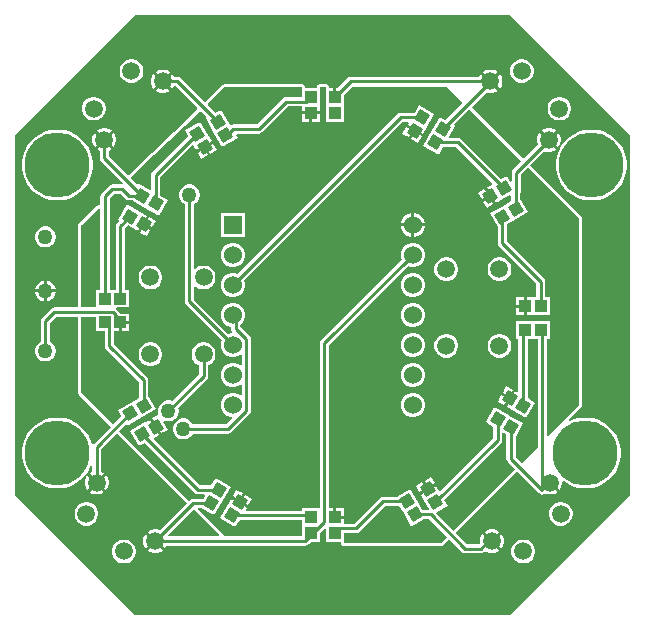
<source format=gtl>
G04*
G04 #@! TF.GenerationSoftware,Altium Limited,Altium Designer,23.9.2 (47)*
G04*
G04 Layer_Physical_Order=1*
G04 Layer_Color=255*
%FSLAX44Y44*%
%MOMM*%
G71*
G04*
G04 #@! TF.SameCoordinates,59006CB8-04EA-46C6-BC13-78CBB85C9A35*
G04*
G04*
G04 #@! TF.FilePolarity,Positive*
G04*
G01*
G75*
%ADD11C,0.2540*%
%ADD16P,1.4142X4X345.0*%
%ADD17P,1.4142X4X105.0*%
%ADD18R,1.0000X1.0000*%
%ADD19P,1.4142X4X375.0*%
%ADD20P,1.4142X4X255.0*%
%ADD21R,1.0000X1.0000*%
%ADD33C,5.5000*%
%ADD34C,1.5000*%
%ADD35R,1.5300X1.5300*%
%ADD36C,1.5300*%
%ADD37C,1.2700*%
G36*
X419100Y406400D02*
Y101600D01*
X317500Y0D01*
X0D01*
X-101600Y101600D01*
Y406400D01*
X0Y508000D01*
X317500D01*
X419100Y406400D01*
D02*
G37*
%LPC*%
G36*
X24535Y461774D02*
X21892D01*
X19338Y461090D01*
X17049Y459768D01*
X17012Y459731D01*
X23214Y453530D01*
X29415Y459731D01*
X29378Y459768D01*
X27089Y461090D01*
X24535Y461774D01*
D02*
G37*
G36*
X301958Y461774D02*
X299315D01*
X296761Y461090D01*
X294472Y459768D01*
X294435Y459731D01*
X300637Y453530D01*
X306838Y459731D01*
X306801Y459768D01*
X304512Y461090D01*
X301958Y461774D01*
D02*
G37*
G36*
X328475Y470613D02*
X325831D01*
X323278Y469929D01*
X320988Y468607D01*
X319119Y466737D01*
X317797Y464448D01*
X317113Y461894D01*
Y459251D01*
X317797Y456698D01*
X319119Y454408D01*
X320988Y452539D01*
X323278Y451217D01*
X325831Y450533D01*
X328475D01*
X331028Y451217D01*
X333318Y452539D01*
X335187Y454408D01*
X336509Y456698D01*
X337193Y459251D01*
Y461894D01*
X336509Y464448D01*
X335187Y466737D01*
X333318Y468607D01*
X331028Y469929D01*
X328475Y470613D01*
D02*
G37*
G36*
X-1981Y470613D02*
X-4625D01*
X-7178Y469929D01*
X-9468Y468607D01*
X-11337Y466737D01*
X-12659Y464448D01*
X-13343Y461894D01*
Y459251D01*
X-12659Y456697D01*
X-11337Y454408D01*
X-9468Y452539D01*
X-7178Y451217D01*
X-4625Y450533D01*
X-1981D01*
X572Y451217D01*
X2862Y452539D01*
X4731Y454408D01*
X6053Y456697D01*
X6737Y459251D01*
Y461894D01*
X6053Y464448D01*
X4731Y466737D01*
X2862Y468607D01*
X572Y469929D01*
X-1981Y470613D01*
D02*
G37*
G36*
X308634Y457935D02*
X302432Y451734D01*
X308634Y445533D01*
X308670Y445569D01*
X309992Y447859D01*
X310676Y450412D01*
Y453056D01*
X309992Y455609D01*
X308670Y457899D01*
X308634Y457935D01*
D02*
G37*
G36*
X15216Y457935D02*
X15180Y457899D01*
X13858Y455609D01*
X13174Y453056D01*
Y450412D01*
X13858Y447859D01*
X15180Y445569D01*
X15216Y445533D01*
X21418Y451734D01*
X15216Y457935D01*
D02*
G37*
G36*
X23214Y449938D02*
X17012Y443737D01*
X17049Y443700D01*
X19338Y442378D01*
X21892Y441694D01*
X24535D01*
X27089Y442378D01*
X29378Y443700D01*
X29415Y443736D01*
X23214Y449938D01*
D02*
G37*
G36*
X292639Y457935D02*
X292602Y457899D01*
X291286Y455619D01*
X182334D01*
X180847Y455323D01*
X179587Y454481D01*
X170946Y445840D01*
X170170D01*
Y438300D01*
X167630D01*
Y445840D01*
X165130D01*
X163924Y446201D01*
X163791Y447149D01*
X163767Y447217D01*
Y447217D01*
X163743Y447387D01*
X163683Y447560D01*
X163671Y447642D01*
X163647Y447710D01*
X163625Y447749D01*
X163571Y448017D01*
X163470Y448169D01*
X163410Y448341D01*
X163192Y448585D01*
X163010Y448857D01*
X162858Y448959D01*
X162737Y449095D01*
X162442Y449237D01*
X162170Y449418D01*
X161991Y449454D01*
X161826Y449533D01*
X161553Y449549D01*
X161512Y449566D01*
X161441Y449580D01*
X161358D01*
X161179Y449616D01*
X161007D01*
X160936Y449630D01*
X156564D01*
X156493Y449616D01*
X156321D01*
X156142Y449580D01*
X156059D01*
X155988Y449566D01*
X155947Y449549D01*
X155674Y449533D01*
X155509Y449454D01*
X155330Y449418D01*
X155058Y449237D01*
X154763Y449095D01*
X154642Y448959D01*
X154490Y448857D01*
X154308Y448585D01*
X154090Y448341D01*
X154030Y448169D01*
X153929Y448017D01*
X153875Y447749D01*
X153853Y447710D01*
X153829Y447642D01*
X153817Y447560D01*
X153757Y447387D01*
X153733Y447217D01*
X153709Y447149D01*
X153576Y446201D01*
X152370Y445840D01*
X144830D01*
X143624Y446201D01*
X143491Y447149D01*
X143467Y447217D01*
Y447217D01*
X143443Y447387D01*
X143383Y447560D01*
X143371Y447642D01*
X143348Y447710D01*
X143325Y447749D01*
X143271Y448017D01*
X143170Y448169D01*
X143110Y448341D01*
X142892Y448585D01*
X142710Y448857D01*
X142558Y448959D01*
X142437Y449095D01*
X142142Y449237D01*
X141870Y449418D01*
X141691Y449454D01*
X141526Y449533D01*
X141253Y449549D01*
X141212Y449566D01*
X141141Y449580D01*
X141058D01*
X140879Y449616D01*
X140707D01*
X140636Y449630D01*
X76434D01*
X76167Y449689D01*
X76115Y449679D01*
X76062Y449689D01*
X75813Y449634D01*
X75648Y449637D01*
X75456Y449562D01*
X75173Y449512D01*
X75127Y449483D01*
X75075Y449472D01*
X74885Y449340D01*
X74707Y449270D01*
X74518Y449149D01*
X74347Y448985D01*
X74321Y448969D01*
X74308Y448957D01*
X74308Y448956D01*
X74119Y448835D01*
X59715Y435008D01*
X59684Y434964D01*
X58926Y434741D01*
X58370Y434722D01*
X58108Y434769D01*
X58068Y434784D01*
X38371Y454481D01*
X37111Y455323D01*
X35624Y455619D01*
X32564D01*
X31248Y457899D01*
X31211Y457935D01*
X25010Y451734D01*
X31211Y445533D01*
X31248Y445569D01*
X32564Y447849D01*
X34015D01*
X52362Y429502D01*
X52469Y429197D01*
X52471Y429100D01*
X52238Y427830D01*
X13809Y390938D01*
X-5150Y372737D01*
X-5284Y372724D01*
X-6548Y372778D01*
X-22399Y388629D01*
Y392886D01*
X-20119Y394202D01*
X-20083Y394239D01*
X-26284Y400440D01*
X-32485Y394239D01*
X-32449Y394202D01*
X-30169Y392886D01*
Y387020D01*
X-29873Y385533D01*
X-29031Y384273D01*
X-10514Y365757D01*
X-10946Y364763D01*
X-11118Y364565D01*
X-19448D01*
X-20935Y364269D01*
X-22195Y363427D01*
X-28447Y357175D01*
X-29289Y355915D01*
X-29585Y354428D01*
Y348103D01*
X-29744Y347812D01*
X-30731Y347006D01*
X-30855Y346988D01*
X-31223Y347008D01*
X-31264Y346993D01*
X-31308Y346994D01*
X-31724Y346832D01*
X-31879Y346804D01*
X-31975Y346743D01*
X-32176Y346672D01*
X-32208Y346642D01*
X-32249Y346627D01*
X-32332Y346574D01*
X-32515Y346397D01*
X-32731Y346260D01*
X-47347Y332229D01*
X-47483Y332034D01*
X-47495Y332025D01*
X-47508Y332013D01*
X-47538Y331967D01*
X-47706Y331799D01*
X-47818Y331632D01*
X-47898Y331439D01*
X-47925Y331400D01*
X-47926Y331397D01*
X-48049Y331221D01*
X-48054Y331195D01*
X-48069Y331172D01*
X-48111Y330962D01*
X-48113Y330960D01*
X-48122Y330913D01*
X-48206Y330721D01*
X-48249Y330526D01*
X-48254Y330288D01*
X-48266Y330234D01*
X-48266Y330216D01*
X-48264Y330201D01*
X-48310Y329969D01*
Y260345D01*
X-68660D01*
X-70147Y260049D01*
X-71407Y259207D01*
X-78947Y251667D01*
X-79789Y250407D01*
X-80085Y248920D01*
Y231542D01*
X-81659Y230634D01*
X-83314Y228979D01*
X-84484Y226951D01*
X-85090Y224690D01*
Y222350D01*
X-84484Y220089D01*
X-83314Y218061D01*
X-81659Y216406D01*
X-79631Y215236D01*
X-77370Y214630D01*
X-75030D01*
X-72769Y215236D01*
X-70741Y216406D01*
X-69086Y218061D01*
X-67916Y220089D01*
X-67310Y222350D01*
Y224690D01*
X-67916Y226951D01*
X-69086Y228979D01*
X-70741Y230634D01*
X-72315Y231542D01*
Y247311D01*
X-67051Y252575D01*
X-48310D01*
Y188215D01*
X-48260Y187965D01*
X-48260Y187710D01*
X-48213Y187474D01*
X-48116Y187239D01*
X-48113Y187224D01*
X-48104Y187212D01*
X-47935Y186803D01*
X-47932Y186789D01*
X-47924Y186776D01*
X-47826Y186541D01*
X-47693Y186341D01*
X-47513Y186161D01*
X-47371Y185948D01*
X-20955Y159533D01*
X-35381Y145107D01*
X-35596Y144785D01*
X-36994Y144978D01*
X-38201Y148691D01*
X-40347Y152904D01*
X-43127Y156730D01*
X-46470Y160073D01*
X-50296Y162852D01*
X-54509Y164999D01*
X-59006Y166460D01*
X-63676Y167200D01*
X-68404D01*
X-73074Y166460D01*
X-77571Y164999D01*
X-81784Y162852D01*
X-85610Y160073D01*
X-88953Y156730D01*
X-91733Y152904D01*
X-93879Y148691D01*
X-95340Y144194D01*
X-96080Y139524D01*
Y134796D01*
X-95340Y130126D01*
X-93879Y125629D01*
X-91733Y121416D01*
X-88953Y117590D01*
X-85610Y114247D01*
X-81784Y111468D01*
X-77571Y109321D01*
X-73074Y107860D01*
X-68404Y107120D01*
X-63676D01*
X-59006Y107860D01*
X-54509Y109321D01*
X-50296Y111468D01*
X-46470Y114247D01*
X-43127Y117590D01*
X-40347Y121416D01*
X-38201Y125629D01*
X-37789Y126898D01*
X-36518Y126697D01*
Y121464D01*
X-38799Y120148D01*
X-38835Y120111D01*
X-32634Y113910D01*
X-26432Y120111D01*
X-26469Y120148D01*
X-28749Y121464D01*
Y140751D01*
X-15461Y154039D01*
X43666Y94912D01*
X20728Y71975D01*
X18185Y72656D01*
X15542D01*
X12988Y71972D01*
X10699Y70650D01*
X10662Y70613D01*
X17762Y63514D01*
X24861Y56415D01*
X24898Y56451D01*
X26214Y58731D01*
X143904D01*
X145391Y59027D01*
X146651Y59869D01*
X148942Y62160D01*
X156140D01*
Y69358D01*
X160187Y73405D01*
X161360Y72919D01*
Y62160D01*
X172670D01*
X173876Y61799D01*
X174009Y60851D01*
X174033Y60783D01*
Y60783D01*
X174057Y60613D01*
X174117Y60440D01*
X174129Y60358D01*
X174153Y60290D01*
X174175Y60251D01*
X174229Y59983D01*
X174330Y59831D01*
X174390Y59659D01*
X174608Y59415D01*
X174790Y59143D01*
X174942Y59041D01*
X175063Y58905D01*
X175358Y58763D01*
X175630Y58582D01*
X175809Y58546D01*
X175974Y58467D01*
X176247Y58451D01*
X176288Y58434D01*
X176359Y58420D01*
X176442D01*
X176621Y58384D01*
X176793D01*
X176864Y58370D01*
X258825D01*
X259075Y58420D01*
X259330Y58420D01*
X259566Y58467D01*
X259802Y58565D01*
X259816Y58567D01*
X259828Y58576D01*
X260237Y58745D01*
X260251Y58748D01*
X260264Y58756D01*
X260499Y58854D01*
X260699Y58987D01*
X260879Y59167D01*
X261092Y59309D01*
X265745Y63963D01*
X276217Y53491D01*
X277477Y52649D01*
X278964Y52353D01*
X292290D01*
X293777Y52649D01*
X295037Y53491D01*
X295987Y54441D01*
X298031Y53260D01*
X300585Y52576D01*
X303228D01*
X305782Y53260D01*
X308071Y54582D01*
X308108Y54619D01*
X301008Y61718D01*
X293909Y68818D01*
X293872Y68781D01*
X292551Y66491D01*
X291866Y63938D01*
Y61308D01*
X290681Y60122D01*
X280573D01*
X271239Y69456D01*
X323318Y121536D01*
X341865Y102988D01*
X343126Y102146D01*
X344612Y101851D01*
X346099Y102146D01*
X347253Y102917D01*
X347529Y102758D01*
X350082Y102074D01*
X352726D01*
X355279Y102758D01*
X357569Y104080D01*
X357605Y104116D01*
X350506Y111216D01*
X352302Y113012D01*
X359401Y105912D01*
X359438Y105949D01*
X360760Y108238D01*
X361444Y110792D01*
Y112667D01*
X362714Y113314D01*
X365256Y111468D01*
X369469Y109321D01*
X373966Y107860D01*
X378636Y107120D01*
X383364D01*
X388034Y107860D01*
X392531Y109321D01*
X396744Y111468D01*
X400570Y114247D01*
X403913Y117590D01*
X406693Y121416D01*
X408839Y125629D01*
X410300Y130126D01*
X411040Y134796D01*
Y139524D01*
X410300Y144194D01*
X408839Y148691D01*
X406693Y152904D01*
X403913Y156730D01*
X400570Y160073D01*
X396744Y162852D01*
X392531Y164999D01*
X388034Y166460D01*
X383364Y167200D01*
X378636D01*
X373966Y166460D01*
X369469Y164999D01*
X367652Y164074D01*
X366896Y165114D01*
X377571Y175788D01*
X377713Y176000D01*
X377893Y176181D01*
X378026Y176381D01*
X378027Y176381D01*
X378124Y176616D01*
X378132Y176629D01*
X378135Y176643D01*
X378304Y177052D01*
X378313Y177064D01*
X378316Y177078D01*
X378413Y177314D01*
X378460Y177550D01*
Y177805D01*
X378510Y178055D01*
Y335025D01*
X378460Y335275D01*
X378460Y335530D01*
X378413Y335766D01*
X378316Y336002D01*
X378313Y336016D01*
X378304Y336028D01*
X378135Y336437D01*
X378132Y336451D01*
X378124Y336464D01*
X378027Y336699D01*
X377893Y336899D01*
X377713Y337079D01*
X377571Y337292D01*
X334127Y380736D01*
X346269Y392878D01*
X348812Y392196D01*
X351456D01*
X354009Y392881D01*
X356299Y394202D01*
X356335Y394239D01*
X349236Y401338D01*
X342136Y408438D01*
X342100Y408401D01*
X340778Y406112D01*
X340094Y403558D01*
Y400915D01*
X340775Y398372D01*
X328633Y386229D01*
X284702Y430161D01*
X296886Y442345D01*
X299315Y441694D01*
X301958D01*
X304512Y442378D01*
X306801Y443700D01*
X306838Y443737D01*
X299738Y450836D01*
X292639Y457935D01*
D02*
G37*
G36*
X360294Y438793D02*
X357651D01*
X355097Y438109D01*
X352808Y436787D01*
X350939Y434918D01*
X349617Y432628D01*
X348933Y430075D01*
Y427431D01*
X349617Y424878D01*
X350939Y422588D01*
X352808Y420719D01*
X355097Y419397D01*
X357651Y418713D01*
X360294D01*
X362848Y419397D01*
X365137Y420719D01*
X367007Y422588D01*
X368329Y424878D01*
X369013Y427431D01*
Y430075D01*
X368329Y432628D01*
X367007Y434918D01*
X365137Y436787D01*
X362848Y438109D01*
X360294Y438793D01*
D02*
G37*
G36*
X-33801Y438793D02*
X-36444D01*
X-38998Y438109D01*
X-41287Y436787D01*
X-43157Y434918D01*
X-44479Y432628D01*
X-45163Y430075D01*
Y427431D01*
X-44479Y424878D01*
X-43157Y422588D01*
X-41287Y420719D01*
X-38998Y419397D01*
X-36444Y418713D01*
X-33801D01*
X-31247Y419397D01*
X-28958Y420719D01*
X-27089Y422588D01*
X-25767Y424878D01*
X-25083Y427431D01*
Y430075D01*
X-25767Y432628D01*
X-27089Y434918D01*
X-28958Y436787D01*
X-31247Y438109D01*
X-33801Y438793D01*
D02*
G37*
G36*
X351456Y412276D02*
X348812D01*
X346259Y411592D01*
X343969Y410270D01*
X343933Y410234D01*
X350134Y404032D01*
X356335Y410234D01*
X356299Y410270D01*
X354009Y411592D01*
X351456Y412276D01*
D02*
G37*
G36*
X-24962Y412276D02*
X-27606D01*
X-30159Y411592D01*
X-32449Y410270D01*
X-32485Y410234D01*
X-26284Y404032D01*
X-20083Y410234D01*
X-20119Y410270D01*
X-22409Y411592D01*
X-24962Y412276D01*
D02*
G37*
G36*
X358131Y408438D02*
X351930Y402236D01*
X358131Y396035D01*
X358168Y396072D01*
X359490Y398361D01*
X360174Y400915D01*
Y403558D01*
X359490Y406112D01*
X358168Y408401D01*
X358131Y408438D01*
D02*
G37*
G36*
X-34281Y408438D02*
X-34318Y408401D01*
X-35640Y406112D01*
X-36324Y403558D01*
Y400915D01*
X-35640Y398361D01*
X-34318Y396072D01*
X-34281Y396035D01*
X-28080Y402236D01*
X-34281Y408438D01*
D02*
G37*
G36*
X-18287D02*
X-24488Y402236D01*
X-18287Y396035D01*
X-18250Y396072D01*
X-16928Y398361D01*
X-16244Y400915D01*
Y403558D01*
X-16928Y406112D01*
X-18250Y408401D01*
X-18287Y408438D01*
D02*
G37*
G36*
X388444Y411040D02*
X383716D01*
X379046Y410300D01*
X374549Y408839D01*
X370336Y406693D01*
X366510Y403913D01*
X363167Y400570D01*
X360387Y396744D01*
X358241Y392531D01*
X356780Y388034D01*
X356040Y383364D01*
Y378636D01*
X356780Y373966D01*
X358241Y369469D01*
X360387Y365256D01*
X363167Y361430D01*
X366510Y358087D01*
X370336Y355308D01*
X374549Y353161D01*
X379046Y351700D01*
X383716Y350960D01*
X388444D01*
X393114Y351700D01*
X397611Y353161D01*
X401824Y355308D01*
X405650Y358087D01*
X408993Y361430D01*
X411772Y365256D01*
X413919Y369469D01*
X415380Y373966D01*
X416120Y378636D01*
Y383364D01*
X415380Y388034D01*
X413919Y392531D01*
X411772Y396744D01*
X408993Y400570D01*
X405650Y403913D01*
X401824Y406693D01*
X397611Y408839D01*
X393114Y410300D01*
X388444Y411040D01*
D02*
G37*
G36*
X-63676D02*
X-68404D01*
X-73074Y410300D01*
X-77571Y408839D01*
X-81784Y406693D01*
X-85610Y403913D01*
X-88953Y400570D01*
X-91733Y396744D01*
X-93879Y392531D01*
X-95340Y388034D01*
X-96080Y383364D01*
Y378636D01*
X-95340Y373966D01*
X-93879Y369469D01*
X-91733Y365256D01*
X-88953Y361430D01*
X-85610Y358087D01*
X-81784Y355308D01*
X-77571Y353161D01*
X-73074Y351700D01*
X-68404Y350960D01*
X-63676D01*
X-59006Y351700D01*
X-54509Y353161D01*
X-50296Y355308D01*
X-46470Y358087D01*
X-43127Y361430D01*
X-40347Y365256D01*
X-38201Y369469D01*
X-36740Y373966D01*
X-36000Y378636D01*
Y383364D01*
X-36740Y388034D01*
X-38201Y392531D01*
X-40347Y396744D01*
X-43127Y400570D01*
X-46470Y403913D01*
X-50296Y406693D01*
X-54509Y408839D01*
X-59006Y410300D01*
X-63676Y411040D01*
D02*
G37*
G36*
X-75030Y328930D02*
X-77370D01*
X-79631Y328324D01*
X-81659Y327154D01*
X-83314Y325499D01*
X-84484Y323471D01*
X-85090Y321210D01*
Y318870D01*
X-84484Y316609D01*
X-83314Y314581D01*
X-81659Y312926D01*
X-79631Y311756D01*
X-77370Y311150D01*
X-75030D01*
X-72769Y311756D01*
X-70741Y312926D01*
X-69086Y314581D01*
X-67916Y316609D01*
X-67310Y318870D01*
Y321210D01*
X-67916Y323471D01*
X-69086Y325499D01*
X-70741Y327154D01*
X-72769Y328324D01*
X-75030Y328930D01*
D02*
G37*
G36*
X-74930Y283183D02*
Y275590D01*
X-67337D01*
X-67916Y277751D01*
X-69086Y279779D01*
X-70741Y281434D01*
X-72769Y282604D01*
X-74930Y283183D01*
D02*
G37*
G36*
X-77470D02*
X-79631Y282604D01*
X-81659Y281434D01*
X-83314Y279779D01*
X-84484Y277751D01*
X-85063Y275590D01*
X-77470D01*
Y283183D01*
D02*
G37*
G36*
X-67337Y273050D02*
X-74930D01*
Y265457D01*
X-72769Y266036D01*
X-70741Y267206D01*
X-69086Y268861D01*
X-67916Y270889D01*
X-67337Y273050D01*
D02*
G37*
G36*
X-77470D02*
X-85063D01*
X-84484Y270889D01*
X-83314Y268861D01*
X-81659Y267206D01*
X-79631Y266036D01*
X-77470Y265457D01*
Y273050D01*
D02*
G37*
G36*
X-40631Y118315D02*
X-40668Y118278D01*
X-41990Y115989D01*
X-42674Y113435D01*
Y110792D01*
X-41990Y108238D01*
X-40668Y105949D01*
X-40631Y105912D01*
X-34430Y112114D01*
X-40631Y118315D01*
D02*
G37*
G36*
X-24636D02*
X-30838Y112114D01*
X-24636Y105912D01*
X-24600Y105949D01*
X-23278Y108238D01*
X-22594Y110792D01*
Y113435D01*
X-23278Y115989D01*
X-24600Y118278D01*
X-24636Y118315D01*
D02*
G37*
G36*
X-32634Y110317D02*
X-38835Y104116D01*
X-38799Y104080D01*
X-36509Y102758D01*
X-33956Y102074D01*
X-31312D01*
X-28759Y102758D01*
X-26469Y104080D01*
X-26432Y104116D01*
X-32634Y110317D01*
D02*
G37*
G36*
X361564Y95637D02*
X358921D01*
X356367Y94953D01*
X354078Y93631D01*
X352209Y91762D01*
X350887Y89472D01*
X350203Y86919D01*
Y84275D01*
X350887Y81722D01*
X352209Y79432D01*
X354078Y77563D01*
X356367Y76241D01*
X358921Y75557D01*
X361564D01*
X364118Y76241D01*
X366407Y77563D01*
X368277Y79432D01*
X369599Y81722D01*
X370283Y84275D01*
Y86919D01*
X369599Y89472D01*
X368277Y91762D01*
X366407Y93631D01*
X364118Y94953D01*
X361564Y95637D01*
D02*
G37*
G36*
X-40151Y95637D02*
X-42794D01*
X-45348Y94953D01*
X-47637Y93631D01*
X-49507Y91762D01*
X-50828Y89472D01*
X-51513Y86919D01*
Y84275D01*
X-50828Y81722D01*
X-49507Y79432D01*
X-47637Y77563D01*
X-45348Y76241D01*
X-42794Y75557D01*
X-40151D01*
X-37597Y76241D01*
X-35308Y77563D01*
X-33439Y79432D01*
X-32117Y81722D01*
X-31433Y84275D01*
Y86919D01*
X-32117Y89472D01*
X-33439Y91762D01*
X-35308Y93631D01*
X-37597Y94953D01*
X-40151Y95637D01*
D02*
G37*
G36*
X303228Y72656D02*
X300585D01*
X298031Y71972D01*
X295742Y70650D01*
X295705Y70613D01*
X301906Y64412D01*
X308108Y70613D01*
X308071Y70650D01*
X305782Y71972D01*
X303228Y72656D01*
D02*
G37*
G36*
X309904Y68818D02*
X303703Y62616D01*
X309904Y56415D01*
X309940Y56451D01*
X311262Y58741D01*
X311946Y61294D01*
Y63938D01*
X311262Y66491D01*
X309940Y68781D01*
X309904Y68818D01*
D02*
G37*
G36*
X8866Y68817D02*
X8830Y68781D01*
X7508Y66491D01*
X6824Y63938D01*
Y61294D01*
X7508Y58741D01*
X8830Y56451D01*
X8866Y56415D01*
X15068Y62616D01*
X8866Y68817D01*
D02*
G37*
G36*
X16864Y60820D02*
X10662Y54619D01*
X10699Y54582D01*
X12988Y53260D01*
X15542Y52576D01*
X18185D01*
X20739Y53260D01*
X23028Y54582D01*
X23065Y54619D01*
X16864Y60820D01*
D02*
G37*
G36*
X329745Y63817D02*
X327101D01*
X324548Y63133D01*
X322258Y61811D01*
X320389Y59942D01*
X319067Y57653D01*
X318383Y55099D01*
Y52456D01*
X319067Y49902D01*
X320389Y47613D01*
X322258Y45743D01*
X324548Y44422D01*
X327101Y43737D01*
X329745D01*
X332298Y44422D01*
X334588Y45743D01*
X336457Y47613D01*
X337779Y49902D01*
X338463Y52456D01*
Y55099D01*
X337779Y57653D01*
X336457Y59942D01*
X334588Y61811D01*
X332298Y63133D01*
X329745Y63817D01*
D02*
G37*
G36*
X-8331Y63817D02*
X-10975D01*
X-13528Y63133D01*
X-15818Y61811D01*
X-17687Y59942D01*
X-19009Y57653D01*
X-19693Y55099D01*
Y52456D01*
X-19009Y49902D01*
X-17687Y47613D01*
X-15818Y45743D01*
X-13528Y44422D01*
X-10975Y43737D01*
X-8331D01*
X-5778Y44422D01*
X-3488Y45743D01*
X-1619Y47613D01*
X-297Y49902D01*
X387Y52456D01*
Y55099D01*
X-297Y57653D01*
X-1619Y59942D01*
X-3488Y61811D01*
X-5778Y63133D01*
X-8331Y63817D01*
D02*
G37*
%LPD*%
G36*
X277377Y433823D02*
X262445Y418892D01*
X257740Y421608D01*
X251240Y410350D01*
X243700Y397290D01*
X256760Y389750D01*
X260464Y396165D01*
X271335D01*
X301964Y365537D01*
X301798Y364277D01*
X301404Y364050D01*
X300305Y363415D01*
X297776Y361955D01*
X301546Y355425D01*
X305316Y348895D01*
X309646Y351395D01*
X310746Y352030D01*
X311845Y352665D01*
X316870Y355566D01*
X317969Y354931D01*
Y350173D01*
X312654Y347105D01*
X311554Y346470D01*
X310455Y345835D01*
X300296Y339970D01*
X306711Y328858D01*
Y314792D01*
X307007Y313305D01*
X307849Y312045D01*
X339315Y280579D01*
Y269140D01*
X331470D01*
Y261600D01*
Y254060D01*
X350740D01*
Y269140D01*
X347085D01*
Y282188D01*
X346789Y283674D01*
X345947Y284935D01*
X314480Y316401D01*
Y330746D01*
X319796Y333815D01*
X320896Y334450D01*
X321996Y335085D01*
X332154Y340950D01*
X325739Y352061D01*
Y356104D01*
X325933Y356395D01*
X326229Y357882D01*
Y372838D01*
X332296Y378904D01*
X375740Y335460D01*
X375873Y335261D01*
X375920Y335025D01*
Y178055D01*
X375873Y177819D01*
X375740Y177620D01*
X349670Y151550D01*
X348497Y152036D01*
Y233760D01*
X350740D01*
Y248840D01*
X322660D01*
Y233760D01*
X324319D01*
Y189209D01*
X323220Y188574D01*
X321816Y189385D01*
X318046Y182855D01*
X314276Y176325D01*
X316805Y174865D01*
X317904Y174230D01*
X319004Y173595D01*
X330964Y166690D01*
X338504Y179750D01*
X332089Y183454D01*
Y233760D01*
X340728D01*
Y142607D01*
X326981Y128861D01*
X321939Y133902D01*
Y151058D01*
X328354Y162170D01*
X318195Y168035D01*
X317096Y168670D01*
X315996Y169305D01*
X304036Y176210D01*
X296496Y163150D01*
X302911Y159446D01*
Y149655D01*
X258246Y104990D01*
X256987Y105156D01*
X254665Y109178D01*
X248135Y105408D01*
X241605Y101638D01*
X244740Y96208D01*
X248276Y90084D01*
X247641Y88985D01*
X242883D01*
X239179Y95400D01*
X232680Y106658D01*
X221568Y100243D01*
X209959D01*
X208472Y99947D01*
X207212Y99105D01*
X185422Y77315D01*
X176440D01*
Y81430D01*
X168900D01*
Y82700D01*
X167630D01*
Y90240D01*
X163975D01*
Y228331D01*
X230973Y295330D01*
X231017Y295304D01*
X233608Y294610D01*
X236292D01*
X238883Y295304D01*
X241207Y296646D01*
X243104Y298543D01*
X244446Y300867D01*
X245140Y303458D01*
Y306142D01*
X244446Y308733D01*
X243104Y311057D01*
X241207Y312954D01*
X238883Y314296D01*
X236292Y314990D01*
X233608D01*
X231017Y314296D01*
X228693Y312954D01*
X226796Y311057D01*
X225454Y308733D01*
X224760Y306142D01*
Y303458D01*
X225454Y300867D01*
X225480Y300823D01*
X157343Y232687D01*
X156501Y231427D01*
X156205Y229940D01*
Y91483D01*
X156140Y90240D01*
X141060D01*
Y88431D01*
X93959D01*
X93324Y89530D01*
X94135Y90934D01*
X87605Y94704D01*
X81075Y98474D01*
X78980Y94846D01*
X71440Y81786D01*
X84500Y74246D01*
X88204Y80661D01*
X141060D01*
Y75160D01*
Y66501D01*
X75739D01*
X52783Y89458D01*
X52727Y89541D01*
X53375Y90811D01*
X55808D01*
X66920Y84396D01*
X73420Y95654D01*
X80960Y108714D01*
X67900Y116254D01*
X64196Y109839D01*
X54511D01*
X15536Y148813D01*
X15702Y150073D01*
X19724Y152395D01*
X15954Y158925D01*
X12184Y165455D01*
X6754Y162320D01*
X-4504Y155820D01*
X3036Y142760D01*
X7833Y145529D01*
X50155Y103207D01*
X51415Y102365D01*
X52902Y102070D01*
X58441D01*
X59076Y100970D01*
X57696Y98581D01*
X48943D01*
X47457Y98285D01*
X46196Y97443D01*
X45497Y96743D01*
X-13630Y155870D01*
X-8601Y160900D01*
X-7341Y160734D01*
X-7114Y160340D01*
X5946Y167880D01*
X17204Y174380D01*
X10789Y185492D01*
Y198873D01*
X10493Y200360D01*
X9651Y201620D01*
X-18085Y229356D01*
Y240110D01*
X-13970D01*
Y247650D01*
X-12700D01*
Y248920D01*
X-5160D01*
Y255190D01*
X-12828D01*
X-12841Y255255D01*
X-13683Y256515D01*
X-16308Y259140D01*
X-16287Y259425D01*
X-15890Y260410D01*
X-5160D01*
Y275490D01*
X-8815D01*
Y327405D01*
X-6391Y329829D01*
X-3396Y328100D01*
X2034Y324965D01*
X5804Y331495D01*
X9574Y338025D01*
X5946Y340120D01*
X-7114Y347660D01*
X-14654Y334600D01*
X-14260Y334373D01*
X-14094Y333113D01*
X-15447Y331761D01*
X-16289Y330501D01*
X-16585Y329014D01*
Y275490D01*
X-21815D01*
Y352819D01*
X-17839Y356795D01*
X-12641D01*
X-8039Y352193D01*
X-6778Y351351D01*
X-5292Y351055D01*
X-2556D01*
X6754Y345680D01*
X19814Y338140D01*
X27354Y351200D01*
X20939Y354904D01*
Y370834D01*
X47873Y397768D01*
X49132Y397603D01*
X51455Y393580D01*
X57985Y397350D01*
X64514Y401120D01*
X61379Y406550D01*
X54879Y417808D01*
X41820Y410268D01*
X44589Y405472D01*
X14307Y375190D01*
X13465Y373929D01*
X13169Y372443D01*
Y360659D01*
X12070Y360024D01*
X3036Y365240D01*
X2809Y364846D01*
X1549Y364680D01*
X-3369Y369599D01*
X-3356Y370869D01*
X15603Y389070D01*
X54294Y426213D01*
X55523Y426341D01*
X59960Y421905D01*
X59794Y420646D01*
X59400Y420418D01*
X66940Y407359D01*
X73440Y396100D01*
X86500Y403640D01*
X84950Y406325D01*
X85683Y407595D01*
X104310D01*
X105797Y407891D01*
X107057Y408733D01*
X129009Y430685D01*
X141060D01*
Y426570D01*
X156140D01*
Y430760D01*
Y445840D01*
X156140Y445840D01*
X156273Y446787D01*
X156297Y446856D01*
X156321Y447026D01*
X156493D01*
X156564Y447040D01*
X160936D01*
X161007Y447026D01*
X161179D01*
X161203Y446856D01*
X161227Y446787D01*
X161360Y445840D01*
X161360Y445840D01*
Y430760D01*
Y417760D01*
X176440D01*
Y430760D01*
Y440346D01*
X183134Y447040D01*
X264160D01*
X277377Y433823D01*
D02*
G37*
G36*
X76158Y447082D02*
X76200Y447040D01*
X140636D01*
X140707Y447026D01*
X140879D01*
X140903Y446856D01*
X140927Y446787D01*
X141060Y445840D01*
X141060Y445840D01*
Y438455D01*
X127400D01*
X125913Y438159D01*
X124653Y437317D01*
X102701Y415365D01*
X83064D01*
X81578Y415069D01*
X81140Y414777D01*
X79904Y415065D01*
X78960Y416700D01*
X72460Y427958D01*
X67663Y425189D01*
X61234Y431618D01*
X61234Y431644D01*
X61509Y433139D01*
X75912Y446967D01*
X76101Y447088D01*
X76113Y447099D01*
X76158Y447082D01*
D02*
G37*
G36*
X326802Y384398D02*
X319597Y377194D01*
X318755Y375933D01*
X318460Y374447D01*
Y367123D01*
X317233Y366794D01*
X314464Y371590D01*
X309667Y368821D01*
X275691Y402797D01*
X274431Y403639D01*
X272944Y403935D01*
X266219D01*
X265584Y405034D01*
X270800Y414068D01*
X270314Y414348D01*
X270149Y415608D01*
X282870Y428330D01*
X326802Y384398D01*
D02*
G37*
G36*
X-30516Y344358D02*
X-29702Y343734D01*
X-29637Y343629D01*
X-29585Y343471D01*
Y275490D01*
X-33240D01*
Y260410D01*
X-34483Y260345D01*
X-45720D01*
Y329969D01*
X-45677Y330164D01*
X-45677Y330182D01*
X-45664Y330194D01*
X-45553Y330360D01*
X-30937Y344392D01*
X-30855Y344444D01*
X-30516Y344358D01*
D02*
G37*
G36*
X-33240Y240110D02*
X-25855D01*
Y227747D01*
X-25559Y226261D01*
X-24717Y225000D01*
X3020Y197264D01*
Y183604D01*
X-3396Y179900D01*
D01*
X-14654Y173400D01*
X-11885Y168603D01*
X-19124Y161364D01*
X-45540Y187780D01*
X-45673Y187979D01*
X-45720Y188215D01*
Y252575D01*
X-33240D01*
Y240110D01*
D02*
G37*
G36*
X314170Y152946D02*
Y132293D01*
X314465Y130807D01*
X315307Y129546D01*
X321487Y123367D01*
X269408Y71288D01*
X254834Y85862D01*
X255000Y87121D01*
X264300Y92490D01*
X261530Y97287D01*
X309543Y145299D01*
X310385Y146559D01*
X310681Y148046D01*
Y153691D01*
X311780Y154326D01*
X314170Y152946D01*
D02*
G37*
G36*
X49558Y89105D02*
X49826Y89023D01*
X50263Y88742D01*
X50375Y88543D01*
X50390Y88467D01*
X50476Y88338D01*
X50573Y88103D01*
X50629Y88019D01*
X50717Y87931D01*
X50756Y87860D01*
X50838Y87796D01*
X50951Y87626D01*
X70904Y67674D01*
X70417Y66501D01*
X27901D01*
X27415Y67674D01*
X48917Y89175D01*
X49558Y89105D01*
D02*
G37*
G36*
X227160Y86059D02*
D01*
X233660Y74800D01*
X244771Y81215D01*
X248493D01*
X263914Y65794D01*
X259260Y61140D01*
X259061Y61007D01*
X258825Y60960D01*
X176864D01*
X176793Y60974D01*
X176621D01*
X176597Y61144D01*
X176573Y61213D01*
X176440Y62160D01*
X176440Y62160D01*
Y69545D01*
X187031D01*
X188517Y69841D01*
X189777Y70683D01*
X211568Y92474D01*
X223456D01*
X227160Y86059D01*
D02*
G37*
%LPC*%
G36*
X156140Y424030D02*
X149870D01*
Y417760D01*
X156140D01*
Y424030D01*
D02*
G37*
G36*
X147330D02*
X141060D01*
Y417760D01*
X147330D01*
Y424030D01*
D02*
G37*
G36*
X240160Y431758D02*
X236456Y425343D01*
X224608D01*
X223122Y425047D01*
X221861Y424205D01*
X86527Y288870D01*
X86483Y288896D01*
X83892Y289590D01*
X81208D01*
X78617Y288896D01*
X76293Y287554D01*
X74396Y285657D01*
X73054Y283333D01*
X72360Y280742D01*
Y278058D01*
X73054Y275467D01*
X74396Y273143D01*
X76293Y271246D01*
X78617Y269904D01*
X81208Y269210D01*
X83892D01*
X86483Y269904D01*
X88807Y271246D01*
X90704Y273143D01*
X92046Y275467D01*
X92740Y278058D01*
Y280742D01*
X92046Y283333D01*
X92020Y283377D01*
X226217Y417574D01*
X230700D01*
X231336Y416474D01*
X230525Y415070D01*
X237055Y411300D01*
X243584Y407530D01*
X245679Y411158D01*
X253220Y424218D01*
X240160Y431758D01*
D02*
G37*
G36*
X229255Y412870D02*
X226120Y407440D01*
X231550Y404305D01*
X234685Y409735D01*
X229255Y412870D01*
D02*
G37*
G36*
X236884Y408465D02*
X233750Y403035D01*
X239179Y399900D01*
X242314Y405330D01*
X236884Y408465D01*
D02*
G37*
G36*
X65785Y398920D02*
X60354Y395785D01*
X63489Y390355D01*
X68920Y393490D01*
X65785Y398920D01*
D02*
G37*
G36*
X58155Y394515D02*
X52725Y391380D01*
X55860Y385950D01*
X61290Y389085D01*
X58155Y394515D01*
D02*
G37*
G36*
X295576Y360685D02*
X290146Y357550D01*
X293281Y352120D01*
X298711Y355255D01*
X295576Y360685D01*
D02*
G37*
G36*
X299981Y353055D02*
X294551Y349920D01*
X297686Y344490D01*
X303116Y347625D01*
X299981Y353055D01*
D02*
G37*
G36*
X236292Y340390D02*
X236220D01*
Y331470D01*
X245140D01*
Y331542D01*
X244446Y334133D01*
X243104Y336457D01*
X241207Y338354D01*
X238883Y339696D01*
X236292Y340390D01*
D02*
G37*
G36*
X233680D02*
X233608D01*
X231017Y339696D01*
X228693Y338354D01*
X226796Y336457D01*
X225454Y334133D01*
X224760Y331542D01*
Y331470D01*
X233680D01*
Y340390D01*
D02*
G37*
G36*
X11774Y336755D02*
X8639Y331325D01*
X14069Y328190D01*
X17204Y333620D01*
X11774Y336755D01*
D02*
G37*
G36*
X7369Y329125D02*
X4234Y323695D01*
X9664Y320560D01*
X12799Y325990D01*
X7369Y329125D01*
D02*
G37*
G36*
X245140Y328930D02*
X236220D01*
Y320010D01*
X236292D01*
X238883Y320704D01*
X241207Y322046D01*
X243104Y323943D01*
X244446Y326267D01*
X245140Y328858D01*
Y328930D01*
D02*
G37*
G36*
X233680D02*
X224760D01*
Y328858D01*
X225454Y326267D01*
X226796Y323943D01*
X228693Y322046D01*
X231017Y320704D01*
X233608Y320010D01*
X233680D01*
Y328930D01*
D02*
G37*
G36*
X92740Y340390D02*
X72360D01*
Y320010D01*
X92740D01*
Y340390D01*
D02*
G37*
G36*
X83892Y314990D02*
X81208D01*
X78617Y314296D01*
X76293Y312954D01*
X74396Y311057D01*
X73054Y308733D01*
X72360Y306142D01*
Y303458D01*
X73054Y300867D01*
X74396Y298543D01*
X76293Y296646D01*
X78617Y295304D01*
X81208Y294610D01*
X83892D01*
X86483Y295304D01*
X88807Y296646D01*
X90704Y298543D01*
X92046Y300867D01*
X92740Y303458D01*
Y306142D01*
X92046Y308733D01*
X90704Y311057D01*
X88807Y312954D01*
X86483Y314296D01*
X83892Y314990D01*
D02*
G37*
G36*
X309572Y302890D02*
X306928D01*
X304375Y302206D01*
X302085Y300884D01*
X300216Y299015D01*
X298894Y296725D01*
X298210Y294172D01*
Y291528D01*
X298894Y288975D01*
X300216Y286685D01*
X302085Y284816D01*
X304375Y283494D01*
X306928Y282810D01*
X309572D01*
X312125Y283494D01*
X314415Y284816D01*
X316284Y286685D01*
X317606Y288975D01*
X318290Y291528D01*
Y294172D01*
X317606Y296725D01*
X316284Y299015D01*
X314415Y300884D01*
X312125Y302206D01*
X309572Y302890D01*
D02*
G37*
G36*
X264572D02*
X261928D01*
X259375Y302206D01*
X257085Y300884D01*
X255216Y299015D01*
X253894Y296725D01*
X253210Y294172D01*
Y291528D01*
X253894Y288975D01*
X255216Y286685D01*
X257085Y284816D01*
X259375Y283494D01*
X261928Y282810D01*
X264572D01*
X267125Y283494D01*
X269415Y284816D01*
X271284Y286685D01*
X272606Y288975D01*
X273290Y291528D01*
Y294172D01*
X272606Y296725D01*
X271284Y299015D01*
X269415Y300884D01*
X267125Y302206D01*
X264572Y302890D01*
D02*
G37*
G36*
X46890Y364490D02*
X44550D01*
X42289Y363884D01*
X40261Y362714D01*
X38606Y361059D01*
X37436Y359031D01*
X36830Y356770D01*
Y354430D01*
X37436Y352169D01*
X38606Y350141D01*
X40261Y348486D01*
X41835Y347578D01*
Y265430D01*
X42131Y263943D01*
X42973Y262683D01*
X73080Y232577D01*
X73054Y232533D01*
X72360Y229942D01*
Y227258D01*
X73054Y224667D01*
X74396Y222343D01*
X76293Y220446D01*
X78617Y219104D01*
X81208Y218410D01*
X83892D01*
X86483Y219104D01*
X88807Y220446D01*
X88952Y220591D01*
X90125Y220105D01*
Y211695D01*
X88952Y211209D01*
X88807Y211354D01*
X86483Y212696D01*
X83892Y213390D01*
X81208D01*
X78617Y212696D01*
X76293Y211354D01*
X74396Y209457D01*
X73054Y207133D01*
X72360Y204542D01*
Y201858D01*
X73054Y199267D01*
X74396Y196943D01*
X76293Y195046D01*
X78617Y193704D01*
X81208Y193010D01*
X83892D01*
X86483Y193704D01*
X88807Y195046D01*
X88952Y195191D01*
X90125Y194705D01*
Y186295D01*
X88952Y185809D01*
X88807Y185954D01*
X86483Y187296D01*
X83892Y187990D01*
X81208D01*
X78617Y187296D01*
X76293Y185954D01*
X74396Y184057D01*
X73054Y181733D01*
X72360Y179142D01*
Y176458D01*
X73054Y173867D01*
X74396Y171543D01*
X76293Y169646D01*
X78617Y168304D01*
X81208Y167610D01*
X81414D01*
X81900Y166437D01*
X76828Y161365D01*
X48663D01*
X47754Y162939D01*
X46099Y164594D01*
X44071Y165764D01*
X41810Y166370D01*
X39470D01*
X37209Y165764D01*
X35181Y164594D01*
X33526Y162939D01*
X32356Y160911D01*
X31750Y158650D01*
Y156310D01*
X32356Y154049D01*
X33526Y152021D01*
X35181Y150366D01*
X37209Y149196D01*
X39470Y148590D01*
X41810D01*
X44071Y149196D01*
X46099Y150366D01*
X47754Y152021D01*
X48663Y153595D01*
X78437D01*
X79924Y153891D01*
X81184Y154733D01*
X96757Y170306D01*
X97599Y171567D01*
X97895Y173053D01*
Y233347D01*
X97599Y234834D01*
X96757Y236094D01*
X88701Y244149D01*
Y245785D01*
X88807Y245846D01*
X90704Y247743D01*
X92046Y250067D01*
X92740Y252658D01*
Y255342D01*
X92046Y257933D01*
X90704Y260257D01*
X88807Y262154D01*
X86483Y263496D01*
X83892Y264190D01*
X81208D01*
X78617Y263496D01*
X76293Y262154D01*
X74396Y260257D01*
X73054Y257933D01*
X72360Y255342D01*
Y252658D01*
X73054Y250067D01*
X74396Y247743D01*
X76293Y245846D01*
X78617Y244504D01*
X80932Y243884D01*
Y242540D01*
X81228Y241053D01*
X81892Y240060D01*
X81459Y238790D01*
X81208D01*
X78617Y238096D01*
X78573Y238070D01*
X49605Y267039D01*
Y277851D01*
X50875Y278377D01*
X51535Y277716D01*
X53825Y276394D01*
X56378Y275710D01*
X59022D01*
X61575Y276394D01*
X63865Y277716D01*
X65734Y279585D01*
X67056Y281875D01*
X67740Y284428D01*
Y287072D01*
X67056Y289625D01*
X65734Y291915D01*
X63865Y293784D01*
X61575Y295106D01*
X59022Y295790D01*
X56378D01*
X53825Y295106D01*
X51535Y293784D01*
X50875Y293123D01*
X49605Y293649D01*
Y347578D01*
X51179Y348486D01*
X52834Y350141D01*
X54004Y352169D01*
X54610Y354430D01*
Y356770D01*
X54004Y359031D01*
X52834Y361059D01*
X51179Y362714D01*
X49151Y363884D01*
X46890Y364490D01*
D02*
G37*
G36*
X14022Y295790D02*
X11378D01*
X8825Y295106D01*
X6535Y293784D01*
X4666Y291915D01*
X3344Y289625D01*
X2660Y287072D01*
Y284428D01*
X3344Y281875D01*
X4666Y279585D01*
X6535Y277716D01*
X8825Y276394D01*
X11378Y275710D01*
X14022D01*
X16575Y276394D01*
X18865Y277716D01*
X20734Y279585D01*
X22056Y281875D01*
X22740Y284428D01*
Y287072D01*
X22056Y289625D01*
X20734Y291915D01*
X18865Y293784D01*
X16575Y295106D01*
X14022Y295790D01*
D02*
G37*
G36*
X236292Y289590D02*
X233608D01*
X231017Y288896D01*
X228693Y287554D01*
X226796Y285657D01*
X225454Y283333D01*
X224760Y280742D01*
Y278058D01*
X225454Y275467D01*
X226796Y273143D01*
X228693Y271246D01*
X231017Y269904D01*
X233608Y269210D01*
X236292D01*
X238883Y269904D01*
X241207Y271246D01*
X243104Y273143D01*
X244446Y275467D01*
X245140Y278058D01*
Y280742D01*
X244446Y283333D01*
X243104Y285657D01*
X241207Y287554D01*
X238883Y288896D01*
X236292Y289590D01*
D02*
G37*
G36*
X328930Y269140D02*
X322660D01*
Y262870D01*
X328930D01*
Y269140D01*
D02*
G37*
G36*
Y260330D02*
X322660D01*
Y254060D01*
X328930D01*
Y260330D01*
D02*
G37*
G36*
X236292Y264190D02*
X233608D01*
X231017Y263496D01*
X228693Y262154D01*
X226796Y260257D01*
X225454Y257933D01*
X224760Y255342D01*
Y252658D01*
X225454Y250067D01*
X226796Y247743D01*
X228693Y245846D01*
X231017Y244504D01*
X233608Y243810D01*
X236292D01*
X238883Y244504D01*
X241207Y245846D01*
X243104Y247743D01*
X244446Y250067D01*
X245140Y252658D01*
Y255342D01*
X244446Y257933D01*
X243104Y260257D01*
X241207Y262154D01*
X238883Y263496D01*
X236292Y264190D01*
D02*
G37*
G36*
X-5160Y246380D02*
X-11430D01*
Y240110D01*
X-5160D01*
Y246380D01*
D02*
G37*
G36*
X236292Y238790D02*
X233608D01*
X231017Y238096D01*
X228693Y236754D01*
X226796Y234857D01*
X225454Y232533D01*
X224760Y229942D01*
Y227258D01*
X225454Y224667D01*
X226796Y222343D01*
X228693Y220446D01*
X231017Y219104D01*
X233608Y218410D01*
X236292D01*
X238883Y219104D01*
X241207Y220446D01*
X243104Y222343D01*
X244446Y224667D01*
X245140Y227258D01*
Y229942D01*
X244446Y232533D01*
X243104Y234857D01*
X241207Y236754D01*
X238883Y238096D01*
X236292Y238790D01*
D02*
G37*
G36*
X309572Y237890D02*
X306928D01*
X304375Y237206D01*
X302085Y235884D01*
X300216Y234015D01*
X298894Y231725D01*
X298210Y229172D01*
Y226528D01*
X298894Y223975D01*
X300216Y221685D01*
X302085Y219816D01*
X304375Y218494D01*
X306928Y217810D01*
X309572D01*
X312125Y218494D01*
X314415Y219816D01*
X316284Y221685D01*
X317606Y223975D01*
X318290Y226528D01*
Y229172D01*
X317606Y231725D01*
X316284Y234015D01*
X314415Y235884D01*
X312125Y237206D01*
X309572Y237890D01*
D02*
G37*
G36*
X264572D02*
X261928D01*
X259375Y237206D01*
X257085Y235884D01*
X255216Y234015D01*
X253894Y231725D01*
X253210Y229172D01*
Y226528D01*
X253894Y223975D01*
X255216Y221685D01*
X257085Y219816D01*
X259375Y218494D01*
X261928Y217810D01*
X264572D01*
X267125Y218494D01*
X269415Y219816D01*
X271284Y221685D01*
X272606Y223975D01*
X273290Y226528D01*
Y229172D01*
X272606Y231725D01*
X271284Y234015D01*
X269415Y235884D01*
X267125Y237206D01*
X264572Y237890D01*
D02*
G37*
G36*
X14022Y230790D02*
X11378D01*
X8825Y230106D01*
X6535Y228784D01*
X4666Y226915D01*
X3344Y224625D01*
X2660Y222072D01*
Y219428D01*
X3344Y216875D01*
X4666Y214585D01*
X6535Y212716D01*
X8825Y211394D01*
X11378Y210710D01*
X14022D01*
X16575Y211394D01*
X18865Y212716D01*
X20734Y214585D01*
X22056Y216875D01*
X22740Y219428D01*
Y222072D01*
X22056Y224625D01*
X20734Y226915D01*
X18865Y228784D01*
X16575Y230106D01*
X14022Y230790D01*
D02*
G37*
G36*
X236292Y213390D02*
X233608D01*
X231017Y212696D01*
X228693Y211354D01*
X226796Y209457D01*
X225454Y207133D01*
X224760Y204542D01*
Y201858D01*
X225454Y199267D01*
X226796Y196943D01*
X228693Y195046D01*
X231017Y193704D01*
X233608Y193010D01*
X236292D01*
X238883Y193704D01*
X241207Y195046D01*
X243104Y196943D01*
X244446Y199267D01*
X245140Y201858D01*
Y204542D01*
X244446Y207133D01*
X243104Y209457D01*
X241207Y211354D01*
X238883Y212696D01*
X236292Y213390D01*
D02*
G37*
G36*
X314186Y193790D02*
X311051Y188360D01*
X316481Y185225D01*
X319616Y190655D01*
X314186Y193790D01*
D02*
G37*
G36*
X59022Y230790D02*
X56378D01*
X53825Y230106D01*
X51535Y228784D01*
X49666Y226915D01*
X48344Y224625D01*
X47660Y222072D01*
Y219428D01*
X48344Y216875D01*
X49666Y214585D01*
X51535Y212716D01*
X53815Y211400D01*
Y204089D01*
X30866Y181140D01*
X29110Y181610D01*
X26770D01*
X24509Y181004D01*
X22481Y179834D01*
X20826Y178179D01*
X19656Y176151D01*
X19050Y173890D01*
Y171550D01*
X19545Y169704D01*
X14384Y166725D01*
X18154Y160195D01*
X21924Y153665D01*
X27354Y156800D01*
X23434Y163590D01*
X24364Y164520D01*
X24509Y164436D01*
X26770Y163830D01*
X29110D01*
X31371Y164436D01*
X33399Y165606D01*
X35054Y167261D01*
X36224Y169289D01*
X36830Y171550D01*
Y173890D01*
X36360Y175646D01*
X60447Y199733D01*
X61289Y200993D01*
X61585Y202480D01*
Y211400D01*
X63865Y212716D01*
X65734Y214585D01*
X67056Y216875D01*
X67740Y219428D01*
Y222072D01*
X67056Y224625D01*
X65734Y226915D01*
X63865Y228784D01*
X61575Y230106D01*
X59022Y230790D01*
D02*
G37*
G36*
X309781Y186160D02*
X306646Y180730D01*
X312076Y177595D01*
X315211Y183025D01*
X309781Y186160D01*
D02*
G37*
G36*
X236292Y187990D02*
X233608D01*
X231017Y187296D01*
X228693Y185954D01*
X226796Y184057D01*
X225454Y181733D01*
X224760Y179142D01*
Y176458D01*
X225454Y173867D01*
X226796Y171543D01*
X228693Y169646D01*
X231017Y168304D01*
X233608Y167610D01*
X236292D01*
X238883Y168304D01*
X241207Y169646D01*
X243104Y171543D01*
X244446Y173867D01*
X245140Y176458D01*
Y179142D01*
X244446Y181733D01*
X243104Y184057D01*
X241207Y185954D01*
X238883Y187296D01*
X236292Y187990D01*
D02*
G37*
G36*
X250260Y116808D02*
X244830Y113673D01*
X247965Y108243D01*
X253395Y111378D01*
X250260Y116808D01*
D02*
G37*
G36*
X242630Y112403D02*
X237200Y109268D01*
X240335Y103838D01*
X245765Y106973D01*
X242630Y112403D01*
D02*
G37*
G36*
X85480Y106104D02*
X82345Y100674D01*
X87775Y97539D01*
X90910Y102969D01*
X85480Y106104D01*
D02*
G37*
G36*
X93110Y101699D02*
X89975Y96269D01*
X95405Y93134D01*
X98540Y98564D01*
X93110Y101699D01*
D02*
G37*
G36*
X176440Y90240D02*
X170170D01*
Y83970D01*
X176440D01*
Y90240D01*
D02*
G37*
%LPD*%
D11*
X298669Y62616D02*
X301906D01*
X292290Y56238D02*
X298669Y62616D01*
X278964Y56238D02*
X292290D01*
X344612Y105735D02*
Y239888D01*
X143904Y62616D02*
X160090Y78802D01*
X57700Y202480D02*
Y220750D01*
X27940Y172720D02*
X57700Y202480D01*
X160090Y78802D02*
Y229940D01*
X16864Y62616D02*
X143904D01*
X160090Y229940D02*
X234950Y304800D01*
X94010Y173053D02*
Y233347D01*
X78437Y157480D02*
X94010Y173053D01*
X82550Y254000D02*
X84817Y251733D01*
Y242540D02*
X94010Y233347D01*
X84817Y242540D02*
Y251733D01*
X40640Y157480D02*
X78437D01*
X45720Y265430D02*
X82550Y228600D01*
X45720Y265430D02*
Y355600D01*
X-76200Y223520D02*
Y248920D01*
X-68660Y256460D01*
X-19122D01*
X-16430Y253768D01*
Y251380D02*
Y253768D01*
Y251380D02*
X-12700Y247650D01*
X310596Y314792D02*
X343200Y282188D01*
X310596Y314792D02*
Y337210D01*
X224608Y421458D02*
X242920D01*
X82550Y279400D02*
X224608Y421458D01*
X17054Y348440D02*
Y372443D01*
X52120Y407508D01*
X-25700Y267950D02*
Y354428D01*
X-19448Y360680D02*
X-11032D01*
X-5292Y354940D01*
X5796D01*
X-25700Y354428D02*
X-19448Y360680D01*
X104310Y411480D02*
X127400Y434570D01*
X76200Y406400D02*
X77984D01*
X83064Y411480D01*
X104310D01*
X-32634Y112114D02*
Y142360D01*
X-4354Y170640D01*
X16864Y62616D02*
X48943Y94696D01*
X64160D01*
X236420Y85100D02*
X250102D01*
X278964Y56238D01*
X318054Y132293D02*
Y159410D01*
Y132293D02*
X344612Y105735D01*
X343200Y241300D02*
X344612Y239888D01*
X322344Y374447D02*
X350134Y402236D01*
X322344Y357882D02*
Y374447D01*
X321854Y357392D02*
X322344Y357882D01*
X321854Y343710D02*
Y357392D01*
X260500Y411453D02*
X300636Y451589D01*
Y451734D01*
X260500Y411308D02*
Y411453D01*
X182334Y451734D02*
X300636D01*
X168900Y438300D02*
X182334Y451734D01*
X23214Y451734D02*
X35624D01*
X69700Y417658D01*
X-26284Y387020D02*
Y402236D01*
Y387020D02*
X5796Y354940D01*
X127400Y434570D02*
X144870D01*
X148600Y438300D01*
X-12700Y329014D02*
X-4354Y337360D01*
X-12700Y267950D02*
Y329014D01*
X-21970Y227747D02*
X6904Y198873D01*
X-21970Y227747D02*
Y243920D01*
X-25700Y247650D02*
X-21970Y243920D01*
X6904Y177140D02*
Y198873D01*
X52902Y105954D02*
X70660D01*
X5796Y153060D02*
X52902Y105954D01*
X81740Y84546D02*
X146754D01*
X148600Y82700D01*
X254000Y95250D02*
X306796Y148046D01*
Y165910D01*
X187031Y73430D02*
X209959Y96358D01*
X172630Y73430D02*
X187031D01*
X168900Y69700D02*
X172630Y73430D01*
X209959Y96358D02*
X229920D01*
X328204Y239304D02*
X330200Y241300D01*
X328204Y176990D02*
Y239304D01*
X343200Y261600D02*
Y282188D01*
X254000Y400050D02*
X272944D01*
X311704Y361290D01*
D16*
D03*
X300446Y354790D02*
D03*
X310596Y337210D02*
D03*
X321854Y343710D02*
D03*
X-4354Y170640D02*
D03*
X6904Y177140D02*
D03*
X17054Y159560D02*
D03*
X5796Y153060D02*
D03*
D17*
X-4354Y337360D02*
D03*
X6904Y330860D02*
D03*
X17054Y348440D02*
D03*
X5796Y354940D02*
D03*
X318054Y159410D02*
D03*
X306796Y165910D02*
D03*
X316946Y183490D02*
D03*
X328204Y176990D02*
D03*
D18*
X148600Y438300D02*
D03*
Y425300D02*
D03*
X168900D02*
D03*
Y438300D02*
D03*
X148600Y69700D02*
D03*
Y82700D02*
D03*
X168900D02*
D03*
Y69700D02*
D03*
D19*
X242920Y421458D02*
D03*
X236420Y410200D02*
D03*
X254000Y400050D02*
D03*
X260500Y411308D02*
D03*
X64160Y94696D02*
D03*
X70660Y105954D02*
D03*
X88240Y95804D02*
D03*
X81740Y84546D02*
D03*
D20*
X236420Y85100D02*
D03*
X229920Y96358D02*
D03*
X247500Y106508D02*
D03*
X254000Y95250D02*
D03*
X69700Y417658D02*
D03*
X76200Y406400D02*
D03*
X58620Y396250D02*
D03*
X52120Y407508D02*
D03*
D21*
X343200Y241300D02*
D03*
X330200D02*
D03*
Y261600D02*
D03*
X343200D02*
D03*
X-25700Y267950D02*
D03*
X-12700D02*
D03*
Y247650D02*
D03*
X-25700D02*
D03*
D33*
X386080Y381000D02*
D03*
X381000Y137160D02*
D03*
X-66040D02*
D03*
Y381000D02*
D03*
D34*
X263250Y227850D02*
D03*
X308250D02*
D03*
X263250Y292850D02*
D03*
X308250D02*
D03*
X57700Y285750D02*
D03*
X12700D02*
D03*
X57700Y220750D02*
D03*
X12700D02*
D03*
X23214Y451734D02*
D03*
X-26284Y402236D02*
D03*
X-3303Y460573D02*
D03*
X-35123Y428753D02*
D03*
X-32634Y112114D02*
D03*
X16864Y62616D02*
D03*
X-41473Y85597D02*
D03*
X-9653Y53777D02*
D03*
X301906Y62616D02*
D03*
X351404Y112114D02*
D03*
X328423Y53777D02*
D03*
X360243Y85597D02*
D03*
X350134Y402236D02*
D03*
X300636Y451734D02*
D03*
X358973Y428753D02*
D03*
X327153Y460573D02*
D03*
D35*
X82550Y330200D02*
D03*
D36*
Y304800D02*
D03*
Y279400D02*
D03*
Y254000D02*
D03*
Y228600D02*
D03*
Y203200D02*
D03*
Y177800D02*
D03*
X234950D02*
D03*
Y203200D02*
D03*
Y228600D02*
D03*
Y254000D02*
D03*
Y279400D02*
D03*
Y304800D02*
D03*
Y330200D02*
D03*
D37*
X27940Y172720D02*
D03*
X-76200Y223520D02*
D03*
Y274320D02*
D03*
Y320040D02*
D03*
X40640Y157480D02*
D03*
X45720Y355600D02*
D03*
M02*

</source>
